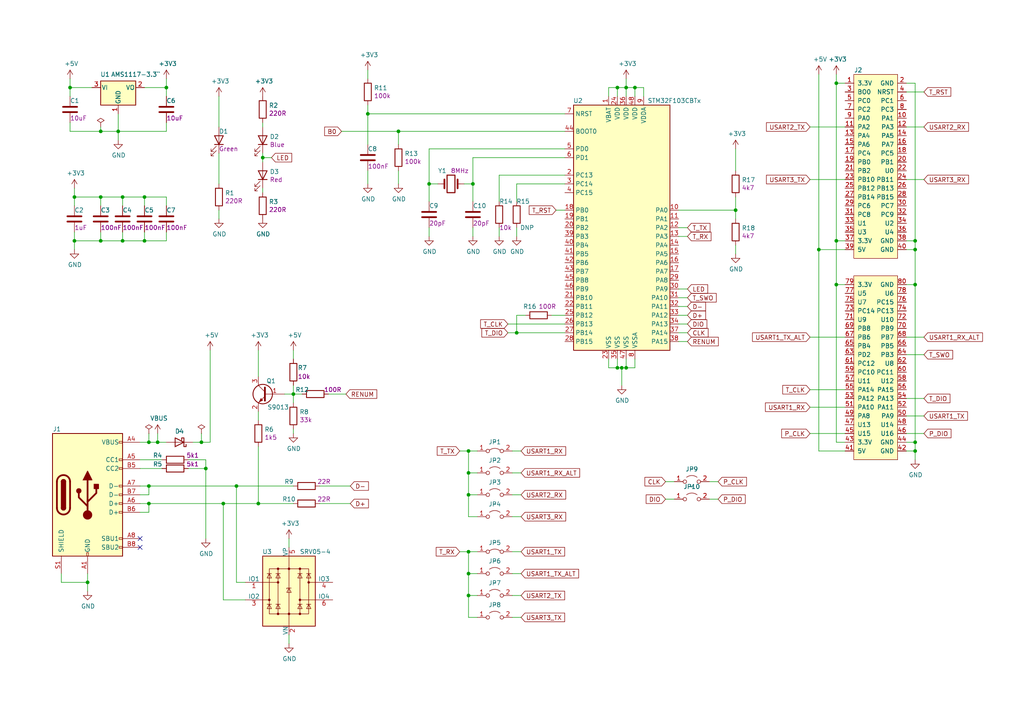
<source format=kicad_sch>
(kicad_sch (version 20211123) (generator eeschema)
  (paper "A4")
  (title_block (title "${TITLE}") (date "2021-06-14") (rev "${REVISION}") (company "${COMPANY}") (comment 1 "${AUTHOR_EMAIL}") (comment 2 "${AUTHOR}"))
  (junction (at 29.21 57.15))
  (junction (at 43.18 140.97))
  (junction (at 41.91 69.85))
  (junction (at 265.43 82.55))
  (junction (at 265.43 128.27))
  (junction (at 43.18 128.27))
  (junction (at 106.68 33.02))
  (junction (at 135.89 160.02))
  (junction (at 25.4 168.91))
  (junction (at 58.42 128.27))
  (junction (at 115.57 38.1))
  (junction (at 41.91 57.15))
  (junction (at 20.32 25.4))
  (junction (at 135.89 137.16))
  (junction (at 21.59 69.85))
  (junction (at 85.09 114.3))
  (junction (at 68.58 140.97))
  (junction (at 265.43 69.85))
  (junction (at 135.89 166.37))
  (junction (at 265.43 72.39))
  (junction (at 29.21 69.85))
  (junction (at 21.59 57.15))
  (junction (at 181.61 25.4))
  (junction (at 237.49 72.39))
  (junction (at 34.29 38.1))
  (junction (at 149.86 96.52))
  (junction (at 124.46 53.34))
  (junction (at 45.72 128.27))
  (junction (at 29.21 38.1))
  (junction (at 135.89 130.81))
  (junction (at 213.36 60.96))
  (junction (at 242.57 24.13))
  (junction (at 137.16 53.34))
  (junction (at 180.34 106.68))
  (junction (at 64.77 146.05))
  (junction (at 35.56 57.15))
  (junction (at 135.89 143.51))
  (junction (at 265.43 130.81))
  (junction (at 76.2 45.72))
  (junction (at 184.15 25.4))
  (junction (at 74.93 146.05))
  (junction (at 35.56 69.85))
  (junction (at 135.89 172.72))
  (junction (at 181.61 106.68))
  (junction (at 48.26 25.4))
  (junction (at 179.07 25.4))
  (junction (at 59.69 135.89))
  (junction (at 179.07 106.68))
  (junction (at 242.57 69.85))
  (junction (at 242.57 82.55))
  (junction (at 43.18 146.05))
  (no_connect (at 40.64 158.75))
  (no_connect (at 40.64 156.21))
  (wire (pts (xy 213.36 43.18) (xy 213.36 49.53)))
  (wire (pts (xy 181.61 25.4) (xy 184.15 25.4)))
  (wire (pts (xy 265.43 24.13) (xy 265.43 69.85)))
  (wire (pts (xy 193.04 139.7) (xy 195.58 139.7)))
  (wire (pts (xy 184.15 27.94) (xy 184.15 25.4)))
  (wire (pts (xy 180.34 106.68) (xy 180.34 111.76)))
  (wire (pts (xy 133.35 130.81) (xy 135.89 130.81)))
  (wire (pts (xy 135.89 172.72) (xy 138.43 172.72)))
  (wire (pts (xy 78.74 45.72) (xy 76.2 45.72)))
  (wire (pts (xy 63.5 36.83) (xy 63.5 27.94)))
  (wire (pts (xy 76.2 44.45) (xy 76.2 45.72)))
  (wire (pts (xy 41.91 25.4) (xy 48.26 25.4)))
  (wire (pts (xy 106.68 30.48) (xy 106.68 33.02)))
  (wire (pts (xy 48.26 35.56) (xy 48.26 38.1)))
  (wire (pts (xy 176.53 25.4) (xy 179.07 25.4)))
  (wire (pts (xy 76.2 45.72) (xy 76.2 46.99)))
  (wire (pts (xy 58.42 125.73) (xy 58.42 128.27)))
  (wire (pts (xy 21.59 57.15) (xy 21.59 59.69)))
  (wire (pts (xy 43.18 143.51) (xy 43.18 140.97)))
  (wire (pts (xy 74.93 129.54) (xy 74.93 146.05)))
  (wire (pts (xy 83.82 156.21) (xy 83.82 158.75)))
  (wire (pts (xy 242.57 69.85) (xy 242.57 82.55)))
  (wire (pts (xy 35.56 57.15) (xy 29.21 57.15)))
  (wire (pts (xy 124.46 66.04) (xy 124.46 68.58)))
  (wire (pts (xy 134.62 53.34) (xy 137.16 53.34)))
  (wire (pts (xy 199.39 88.9) (xy 196.85 88.9)))
  (wire (pts (xy 262.89 69.85) (xy 265.43 69.85)))
  (wire (pts (xy 267.97 115.57) (xy 262.89 115.57)))
  (wire (pts (xy 46.99 135.89) (xy 40.64 135.89)))
  (wire (pts (xy 29.21 38.1) (xy 34.29 38.1)))
  (wire (pts (xy 199.39 93.98) (xy 196.85 93.98)))
  (wire (pts (xy 176.53 27.94) (xy 176.53 25.4)))
  (wire (pts (xy 161.29 60.96) (xy 163.83 60.96)))
  (wire (pts (xy 41.91 57.15) (xy 41.91 59.69)))
  (wire (pts (xy 85.09 101.6) (xy 85.09 104.14)))
  (wire (pts (xy 74.93 101.6) (xy 74.93 109.22)))
  (wire (pts (xy 265.43 69.85) (xy 265.43 72.39)))
  (wire (pts (xy 63.5 63.5) (xy 63.5 60.96)))
  (wire (pts (xy 100.33 114.3) (xy 95.25 114.3)))
  (wire (pts (xy 21.59 57.15) (xy 21.59 54.61)))
  (wire (pts (xy 29.21 69.85) (xy 29.21 67.31)))
  (wire (pts (xy 40.64 143.51) (xy 43.18 143.51)))
  (wire (pts (xy 245.11 36.83) (xy 234.95 36.83)))
  (wire (pts (xy 237.49 21.59) (xy 237.49 72.39)))
  (wire (pts (xy 237.49 130.81) (xy 245.11 130.81)))
  (wire (pts (xy 148.59 172.72) (xy 151.13 172.72)))
  (wire (pts (xy 181.61 106.68) (xy 180.34 106.68)))
  (wire (pts (xy 149.86 96.52) (xy 147.32 96.52)))
  (wire (pts (xy 193.04 144.78) (xy 195.58 144.78)))
  (wire (pts (xy 40.64 140.97) (xy 43.18 140.97)))
  (wire (pts (xy 85.09 124.46) (xy 85.09 125.73)))
  (wire (pts (xy 25.4 166.37) (xy 25.4 168.91)))
  (wire (pts (xy 55.88 128.27) (xy 58.42 128.27)))
  (wire (pts (xy 234.95 52.07) (xy 245.11 52.07)))
  (wire (pts (xy 242.57 82.55) (xy 245.11 82.55)))
  (wire (pts (xy 106.68 53.34) (xy 106.68 49.53)))
  (wire (pts (xy 262.89 24.13) (xy 265.43 24.13)))
  (wire (pts (xy 152.4 91.44) (xy 149.86 91.44)))
  (wire (pts (xy 124.46 43.18) (xy 124.46 53.34)))
  (wire (pts (xy 205.74 139.7) (xy 208.28 139.7)))
  (wire (pts (xy 20.32 25.4) (xy 20.32 27.94)))
  (wire (pts (xy 85.09 111.76) (xy 85.09 114.3)))
  (wire (pts (xy 60.96 128.27) (xy 60.96 101.6)))
  (wire (pts (xy 40.64 128.27) (xy 43.18 128.27)))
  (wire (pts (xy 71.12 173.99) (xy 64.77 173.99)))
  (wire (pts (xy 135.89 130.81) (xy 135.89 137.16)))
  (wire (pts (xy 135.89 172.72) (xy 135.89 179.07)))
  (wire (pts (xy 106.68 33.02) (xy 106.68 41.91)))
  (wire (pts (xy 151.13 160.02) (xy 148.59 160.02)))
  (wire (pts (xy 20.32 25.4) (xy 20.32 22.86)))
  (wire (pts (xy 234.95 113.03) (xy 245.11 113.03)))
  (wire (pts (xy 199.39 66.04) (xy 196.85 66.04)))
  (wire (pts (xy 43.18 146.05) (xy 40.64 146.05)))
  (wire (pts (xy 135.89 137.16) (xy 135.89 143.51)))
  (wire (pts (xy 34.29 38.1) (xy 48.26 38.1)))
  (wire (pts (xy 135.89 143.51) (xy 135.89 149.86)))
  (wire (pts (xy 237.49 72.39) (xy 237.49 130.81)))
  (wire (pts (xy 40.64 133.35) (xy 46.99 133.35)))
  (wire (pts (xy 144.78 50.8) (xy 144.78 58.42)))
  (wire (pts (xy 48.26 69.85) (xy 41.91 69.85)))
  (wire (pts (xy 245.11 69.85) (xy 242.57 69.85)))
  (wire (pts (xy 234.95 97.79) (xy 245.11 97.79)))
  (wire (pts (xy 45.72 128.27) (xy 48.26 128.27)))
  (wire (pts (xy 76.2 54.61) (xy 76.2 55.88)))
  (wire (pts (xy 196.85 68.58) (xy 199.39 68.58)))
  (wire (pts (xy 135.89 160.02) (xy 135.89 166.37)))
  (wire (pts (xy 35.56 59.69) (xy 35.56 57.15)))
  (wire (pts (xy 34.29 33.02) (xy 34.29 38.1)))
  (wire (pts (xy 137.16 53.34) (xy 137.16 58.42)))
  (wire (pts (xy 133.35 160.02) (xy 135.89 160.02)))
  (wire (pts (xy 213.36 60.96) (xy 213.36 57.15)))
  (wire (pts (xy 21.59 72.39) (xy 21.59 69.85)))
  (wire (pts (xy 20.32 38.1) (xy 29.21 38.1)))
  (wire (pts (xy 29.21 36.83) (xy 29.21 38.1)))
  (wire (pts (xy 163.83 53.34) (xy 149.86 53.34)))
  (wire (pts (xy 135.89 160.02) (xy 138.43 160.02)))
  (wire (pts (xy 179.07 27.94) (xy 179.07 25.4)))
  (wire (pts (xy 163.83 96.52) (xy 149.86 96.52)))
  (wire (pts (xy 64.77 173.99) (xy 64.77 146.05)))
  (wire (pts (xy 180.34 106.68) (xy 179.07 106.68)))
  (wire (pts (xy 149.86 66.04) (xy 149.86 68.58)))
  (wire (pts (xy 242.57 128.27) (xy 242.57 82.55)))
  (wire (pts (xy 85.09 116.84) (xy 85.09 114.3)))
  (wire (pts (xy 199.39 83.82) (xy 196.85 83.82)))
  (wire (pts (xy 137.16 45.72) (xy 137.16 53.34)))
  (wire (pts (xy 20.32 35.56) (xy 20.32 38.1)))
  (wire (pts (xy 115.57 53.34) (xy 115.57 49.53)))
  (wire (pts (xy 267.97 52.07) (xy 262.89 52.07)))
  (wire (pts (xy 43.18 148.59) (xy 43.18 146.05)))
  (wire (pts (xy 196.85 60.96) (xy 213.36 60.96)))
  (wire (pts (xy 17.78 168.91) (xy 25.4 168.91)))
  (wire (pts (xy 87.63 114.3) (xy 85.09 114.3)))
  (wire (pts (xy 179.07 104.14) (xy 179.07 106.68)))
  (wire (pts (xy 148.59 149.86) (xy 151.13 149.86)))
  (wire (pts (xy 34.29 40.64) (xy 34.29 38.1)))
  (wire (pts (xy 151.13 166.37) (xy 148.59 166.37)))
  (wire (pts (xy 265.43 133.35) (xy 265.43 130.81)))
  (wire (pts (xy 181.61 22.86) (xy 181.61 25.4)))
  (wire (pts (xy 135.89 166.37) (xy 135.89 172.72)))
  (wire (pts (xy 68.58 140.97) (xy 85.09 140.97)))
  (wire (pts (xy 137.16 45.72) (xy 163.83 45.72)))
  (wire (pts (xy 242.57 24.13) (xy 245.11 24.13)))
  (wire (pts (xy 48.26 25.4) (xy 48.26 27.94)))
  (wire (pts (xy 106.68 20.32) (xy 106.68 22.86)))
  (wire (pts (xy 149.86 53.34) (xy 149.86 58.42)))
  (wire (pts (xy 138.43 166.37) (xy 135.89 166.37)))
  (wire (pts (xy 237.49 72.39) (xy 245.11 72.39)))
  (wire (pts (xy 213.36 60.96) (xy 213.36 63.5)))
  (wire (pts (xy 163.83 93.98) (xy 147.32 93.98)))
  (wire (pts (xy 265.43 72.39) (xy 265.43 82.55)))
  (wire (pts (xy 184.15 104.14) (xy 184.15 106.68)))
  (wire (pts (xy 213.36 71.12) (xy 213.36 73.66)))
  (wire (pts (xy 163.83 33.02) (xy 106.68 33.02)))
  (wire (pts (xy 205.74 144.78) (xy 208.28 144.78)))
  (wire (pts (xy 63.5 53.34) (xy 63.5 44.45)))
  (wire (pts (xy 267.97 125.73) (xy 262.89 125.73)))
  (wire (pts (xy 124.46 43.18) (xy 163.83 43.18)))
  (wire (pts (xy 43.18 146.05) (xy 64.77 146.05)))
  (wire (pts (xy 127 53.34) (xy 124.46 53.34)))
  (wire (pts (xy 21.59 69.85) (xy 29.21 69.85)))
  (wire (pts (xy 184.15 25.4) (xy 186.69 25.4)))
  (wire (pts (xy 265.43 82.55) (xy 262.89 82.55)))
  (wire (pts (xy 242.57 24.13) (xy 242.57 69.85)))
  (wire (pts (xy 21.59 67.31) (xy 21.59 69.85)))
  (wire (pts (xy 267.97 26.67) (xy 262.89 26.67)))
  (wire (pts (xy 115.57 38.1) (xy 163.83 38.1)))
  (wire (pts (xy 71.12 168.91) (xy 68.58 168.91)))
  (wire (pts (xy 135.89 130.81) (xy 138.43 130.81)))
  (wire (pts (xy 151.13 143.51) (xy 148.59 143.51)))
  (wire (pts (xy 186.69 25.4) (xy 186.69 27.94)))
  (wire (pts (xy 138.43 137.16) (xy 135.89 137.16)))
  (wire (pts (xy 20.32 25.4) (xy 26.67 25.4)))
  (wire (pts (xy 184.15 106.68) (xy 181.61 106.68)))
  (wire (pts (xy 267.97 120.65) (xy 262.89 120.65)))
  (wire (pts (xy 76.2 35.56) (xy 76.2 36.83)))
  (wire (pts (xy 135.89 179.07) (xy 138.43 179.07)))
  (wire (pts (xy 17.78 166.37) (xy 17.78 168.91)))
  (wire (pts (xy 267.97 36.83) (xy 262.89 36.83)))
  (wire (pts (xy 176.53 106.68) (xy 179.07 106.68)))
  (wire (pts (xy 181.61 104.14) (xy 181.61 106.68)))
  (wire (pts (xy 43.18 128.27) (xy 45.72 128.27)))
  (wire (pts (xy 115.57 41.91) (xy 115.57 38.1)))
  (wire (pts (xy 85.09 114.3) (xy 82.55 114.3)))
  (wire (pts (xy 267.97 102.87) (xy 262.89 102.87)))
  (wire (pts (xy 43.18 140.97) (xy 68.58 140.97)))
  (wire (pts (xy 151.13 130.81) (xy 148.59 130.81)))
  (wire (pts (xy 74.93 119.38) (xy 74.93 121.92)))
  (wire (pts (xy 59.69 135.89) (xy 59.69 156.21)))
  (wire (pts (xy 144.78 50.8) (xy 163.83 50.8)))
  (wire (pts (xy 41.91 69.85) (xy 41.91 67.31)))
  (wire (pts (xy 265.43 130.81) (xy 262.89 130.81)))
  (wire (pts (xy 43.18 125.73) (xy 43.18 128.27)))
  (wire (pts (xy 54.61 133.35) (xy 59.69 133.35)))
  (wire (pts (xy 176.53 104.14) (xy 176.53 106.68)))
  (wire (pts (xy 265.43 128.27) (xy 262.89 128.27)))
  (wire (pts (xy 199.39 96.52) (xy 196.85 96.52)))
  (wire (pts (xy 41.91 69.85) (xy 35.56 69.85)))
  (wire (pts (xy 25.4 168.91) (xy 25.4 171.45)))
  (wire (pts (xy 267.97 97.79) (xy 262.89 97.79)))
  (wire (pts (xy 144.78 66.04) (xy 144.78 68.58)))
  (wire (pts (xy 35.56 67.31) (xy 35.56 69.85)))
  (wire (pts (xy 74.93 146.05) (xy 85.09 146.05)))
  (wire (pts (xy 35.56 69.85) (xy 29.21 69.85)))
  (wire (pts (xy 137.16 66.04) (xy 137.16 68.58)))
  (wire (pts (xy 41.91 57.15) (xy 35.56 57.15)))
  (wire (pts (xy 196.85 86.36) (xy 199.39 86.36)))
  (wire (pts (xy 151.13 137.16) (xy 148.59 137.16)))
  (wire (pts (xy 262.89 72.39) (xy 265.43 72.39)))
  (wire (pts (xy 163.83 91.44) (xy 160.02 91.44)))
  (wire (pts (xy 40.64 148.59) (xy 43.18 148.59)))
  (wire (pts (xy 234.95 125.73) (xy 245.11 125.73)))
  (wire (pts (xy 48.26 57.15) (xy 41.91 57.15)))
  (wire (pts (xy 199.39 99.06) (xy 196.85 99.06)))
  (wire (pts (xy 101.6 140.97) (xy 92.71 140.97)))
  (wire (pts (xy 58.42 128.27) (xy 60.96 128.27)))
  (wire (pts (xy 242.57 21.59) (xy 242.57 24.13)))
  (wire (pts (xy 29.21 57.15) (xy 29.21 59.69)))
  (wire (pts (xy 265.43 82.55) (xy 265.43 128.27)))
  (wire (pts (xy 135.89 149.86) (xy 138.43 149.86)))
  (wire (pts (xy 48.26 67.31) (xy 48.26 69.85)))
  (wire (pts (xy 21.59 57.15) (xy 29.21 57.15)))
  (wire (pts (xy 179.07 25.4) (xy 181.61 25.4)))
  (wire (pts (xy 48.26 25.4) (xy 48.26 22.86)))
  (wire (pts (xy 68.58 168.91) (xy 68.58 140.97)))
  (wire (pts (xy 115.57 38.1) (xy 99.06 38.1)))
  (wire (pts (xy 245.11 128.27) (xy 242.57 128.27)))
  (wire (pts (xy 54.61 135.89) (xy 59.69 135.89)))
  (wire (pts (xy 124.46 53.34) (xy 124.46 58.42)))
  (wire (pts (xy 148.59 179.07) (xy 151.13 179.07)))
  (wire (pts (xy 101.6 146.05) (xy 92.71 146.05)))
  (wire (pts (xy 135.89 143.51) (xy 138.43 143.51)))
  (wire (pts (xy 48.26 59.69) (xy 48.26 57.15)))
  (wire (pts (xy 59.69 135.89) (xy 59.69 133.35)))
  (wire (pts (xy 265.43 130.81) (xy 265.43 128.27)))
  (wire (pts (xy 181.61 27.94) (xy 181.61 25.4)))
  (wire (pts (xy 83.82 186.69) (xy 83.82 184.15)))
  (wire (pts (xy 64.77 146.05) (xy 74.93 146.05)))
  (wire (pts (xy 149.86 91.44) (xy 149.86 96.52)))
  (wire (pts (xy 234.95 118.11) (xy 245.11 118.11)))
  (wire (pts (xy 199.39 91.44) (xy 196.85 91.44)))
  (wire (pts (xy 45.72 125.73) (xy 45.72 128.27)))
  (global_label "T_RST" (shape input) (at 267.97 26.67 0) (property "Intersheet References" "${INTERSHEET_REFS}" (effects hide)))
  (global_label "USART2_RX" (shape input) (at 151.13 143.51 0) (property "Intersheet References" "${INTERSHEET_REFS}" (effects hide)))
  (global_label "USART1_RX" (shape input) (at 234.95 118.11 180) (property "Intersheet References" "${INTERSHEET_REFS}" (effects hide)))
  (global_label "CLK" (shape input) (at 199.39 96.52 0) (property "Intersheet References" "${INTERSHEET_REFS}" (effects hide)))
  (global_label "T_DIO" (shape input) (at 147.32 96.52 180) (property "Intersheet References" "${INTERSHEET_REFS}" (effects hide)))
  (global_label "RENUM" (shape input) (at 199.39 99.06 0) (property "Intersheet References" "${INTERSHEET_REFS}" (effects hide)))
  (global_label "T_CLK" (shape input) (at 234.95 113.03 180) (property "Intersheet References" "${INTERSHEET_REFS}" (effects hide)))
  (global_label "T_SWO" (shape input) (at 267.97 102.87 0) (property "Intersheet References" "${INTERSHEET_REFS}" (effects hide)))
  (global_label "P_DIO" (shape input) (at 267.97 125.73 0) (property "Intersheet References" "${INTERSHEET_REFS}" (effects hide)))
  (global_label "D-" (shape input) (at 101.6 140.97 0) (property "Intersheet References" "${INTERSHEET_REFS}" (effects hide)))
  (global_label "USART1_TX_ALT" (shape input) (at 234.95 97.79 180) (property "Intersheet References" "${INTERSHEET_REFS}" (effects hide)))
  (global_label "USART1_TX_ALT" (shape input) (at 151.13 166.37 0) (property "Intersheet References" "${INTERSHEET_REFS}" (effects hide)))
  (global_label "DIO" (shape input) (at 199.39 93.98 0) (property "Intersheet References" "${INTERSHEET_REFS}" (effects hide)))
  (global_label "USART3_RX" (shape input) (at 267.97 52.07 0) (property "Intersheet References" "${INTERSHEET_REFS}" (effects hide)))
  (global_label "T_RST" (shape input) (at 161.29 60.96 180) (property "Intersheet References" "${INTERSHEET_REFS}" (effects hide)))
  (global_label "USART3_TX" (shape input) (at 234.95 52.07 180) (property "Intersheet References" "${INTERSHEET_REFS}" (effects hide)))
  (global_label "USART3_TX" (shape input) (at 151.13 179.07 0) (property "Intersheet References" "${INTERSHEET_REFS}" (effects hide)))
  (global_label "P_DIO" (shape input) (at 208.28 144.78 0) (property "Intersheet References" "${INTERSHEET_REFS}" (effects hide)))
  (global_label "CLK" (shape input) (at 193.04 139.7 180) (property "Intersheet References" "${INTERSHEET_REFS}" (effects hide)))
  (global_label "RENUM" (shape input) (at 100.33 114.3 0) (property "Intersheet References" "${INTERSHEET_REFS}" (effects hide)))
  (global_label "USART1_RX_ALT" (shape input) (at 151.13 137.16 0) (property "Intersheet References" "${INTERSHEET_REFS}" (effects hide)))
  (global_label "LED" (shape input) (at 199.39 83.82 0) (property "Intersheet References" "${INTERSHEET_REFS}" (effects hide)))
  (global_label "T_RX" (shape input) (at 133.35 160.02 180) (property "Intersheet References" "${INTERSHEET_REFS}" (effects hide)))
  (global_label "USART1_RX" (shape input) (at 151.13 130.81 0) (property "Intersheet References" "${INTERSHEET_REFS}" (effects hide)))
  (global_label "P_CLK" (shape input) (at 234.95 125.73 180) (property "Intersheet References" "${INTERSHEET_REFS}" (effects hide)))
  (global_label "P_CLK" (shape input) (at 208.28 139.7 0) (property "Intersheet References" "${INTERSHEET_REFS}" (effects hide)))
  (global_label "T_CLK" (shape input) (at 147.32 93.98 180) (property "Intersheet References" "${INTERSHEET_REFS}" (effects hide)))
  (global_label "T_TX" (shape input) (at 199.39 66.04 0) (property "Intersheet References" "${INTERSHEET_REFS}" (effects hide)))
  (global_label "USART2_TX" (shape input) (at 234.95 36.83 180) (property "Intersheet References" "${INTERSHEET_REFS}" (effects hide)))
  (global_label "USART2_RX" (shape input) (at 267.97 36.83 0) (property "Intersheet References" "${INTERSHEET_REFS}" (effects hide)))
  (global_label "USART1_TX" (shape input) (at 267.97 120.65 0) (property "Intersheet References" "${INTERSHEET_REFS}" (effects hide)))
  (global_label "B0" (shape input) (at 99.06 38.1 180) (property "Intersheet References" "${INTERSHEET_REFS}" (effects hide)))
  (global_label "T_RX" (shape input) (at 199.39 68.58 0) (property "Intersheet References" "${INTERSHEET_REFS}" (effects hide)))
  (global_label "T_SWO" (shape input) (at 199.39 86.36 0) (property "Intersheet References" "${INTERSHEET_REFS}" (effects hide)))
  (global_label "D+" (shape input) (at 199.39 91.44 0) (property "Intersheet References" "${INTERSHEET_REFS}" (effects hide)))
  (global_label "T_DIO" (shape input) (at 267.97 115.57 0) (property "Intersheet References" "${INTERSHEET_REFS}" (effects hide)))
  (global_label "D-" (shape input) (at 199.39 88.9 0) (property "Intersheet References" "${INTERSHEET_REFS}" (effects hide)))
  (global_label "DIO" (shape input) (at 193.04 144.78 180) (property "Intersheet References" "${INTERSHEET_REFS}" (effects hide)))
  (global_label "USART2_TX" (shape input) (at 151.13 172.72 0) (property "Intersheet References" "${INTERSHEET_REFS}" (effects hide)))
  (global_label "USART1_TX" (shape input) (at 151.13 160.02 0) (property "Intersheet References" "${INTERSHEET_REFS}" (effects hide)))
  (global_label "USART1_RX_ALT" (shape input) (at 267.97 97.79 0) (property "Intersheet References" "${INTERSHEET_REFS}" (effects hide)))
  (global_label "D+" (shape input) (at 101.6 146.05 0) (property "Intersheet References" "${INTERSHEET_REFS}" (effects hide)))
  (global_label "LED" (shape input) (at 78.74 45.72 0) (property "Intersheet References" "${INTERSHEET_REFS}" (effects hide)))
  (global_label "USART3_RX" (shape input) (at 151.13 149.86 0) (property "Intersheet References" "${INTERSHEET_REFS}" (effects hide)))
  (global_label "T_TX" (shape input) (at 133.35 130.81 180) (property "Intersheet References" "${INTERSHEET_REFS}" (effects hide)))
  (symbol (lib_id "power:GND") (at 180.34 111.76 0) (unit 1)
    (property "Reference" "#PWR024" (effects hide))
    (property "Value" "GND" (at 180.467 116.1542 0))
  )
  (symbol (lib_id "power:+3.3V") (at 181.61 22.86 0) (unit 1)
    (property "Reference" "#PWR025" (effects hide))
    (property "Value" "+3.3V" (at 181.991 18.4658 0))
  )
  (symbol (lib_id "stm32world:STM32WORLD_BASE") (at 254 77.47 0) (unit 1)
    (property "Reference" "J2" (at 248.92 20.32 0))
    (property "Value" "STM32WORLD_BASE" (effects hide))
    (property "Footprint" "stm32world:STM32WORLD_BASE" (effects hide))
  )
  (symbol (lib_id "power:+3.3V") (at 242.57 21.59 0) (unit 1)
    (property "Reference" "#PWR029" (effects hide))
    (property "Value" "+3.3V" (at 242.951 17.1958 0))
  )
  (symbol (lib_id "power:GND") (at 265.43 133.35 0) (unit 1)
    (property "Reference" "#PWR030" (effects hide))
    (property "Value" "GND" (at 265.557 137.7442 0))
  )
  (symbol (lib_id "power:GND") (at 124.46 68.58 0) (unit 1)
    (property "Reference" "#PWR020" (effects hide))
    (property "Value" "GND" (at 124.587 72.9742 0))
  )
  (symbol (lib_id "power:GND") (at 137.16 68.58 0) (unit 1)
    (property "Reference" "#PWR021" (effects hide))
    (property "Value" "GND" (at 137.287 72.9742 0))
  )
  (symbol (lib_id "Device:D_Schottky") (at 52.07 128.27 180) (unit 1)
    (property "Reference" "D4" (at 52.07 125.095 0))
    (property "Value" "~" (at 52.07 125.0696 0))
    (property "Footprint" "Diode_SMD:D_SOD-123" (effects hide))
    (property "LCSC" "C8598" (effects hide))
  )
  (symbol (lib_id "power:GND") (at 25.4 171.45 0) (unit 1)
    (property "Reference" "#PWR04" (effects hide))
    (property "Value" "GND" (at 25.527 175.8442 0))
  )
  (symbol (lib_id "stm32world:USB_C_Receptacle_USB2.0") (at 25.4 143.51 0) (unit 1)
    (property "Reference" "J1" (at 16.51 124.46 0))
    (property "Footprint" "stm32world:USB_C_Receptacle_HRO_TYPE-C-31-M-12" (effects hide))
    (property "Datasheet" "1811131825_Korean-Hroparts-Elec-TYPE-C-31-M-12_C165948.pdf" (effects hide))
    (property "LCSC" "C165948" (effects hide))
  )
  (symbol (lib_id "power:VBUS") (at 45.72 125.73 0) (unit 1)
    (property "Reference" "#PWR010" (effects hide))
    (property "Value" "VBUS" (at 46.101 121.3358 0))
  )
  (symbol (lib_id "power:+5V") (at 60.96 101.6 0) (unit 1)
    (property "Reference" "#PWR013" (effects hide))
    (property "Value" "+5V" (at 61.341 97.2058 0))
  )
  (symbol (lib_id "power:PWR_FLAG") (at 43.18 125.73 0) (unit 1)
    (property "Reference" "#FLG02" (effects hide))
    (property "Value" "PWR_FLAG" (effects hide))
  )
  (symbol (lib_id "power:PWR_FLAG") (at 58.42 125.73 0) (unit 1)
    (property "Reference" "#FLG03" (effects hide))
    (property "Value" "PWR_FLAG" (effects hide))
  )
  (symbol (lib_id "power:GND") (at 34.29 40.64 0) (unit 1)
    (property "Reference" "#PWR07" (effects hide))
    (property "Value" "GND" (at 34.417 45.0342 0))
  )
  (symbol (lib_id "power:+3.3V") (at 48.26 22.86 0) (unit 1)
    (property "Reference" "#PWR011" (effects hide))
    (property "Value" "+3.3V" (at 48.641 18.4658 0))
  )
  (symbol (lib_id "power:PWR_FLAG") (at 29.21 36.83 0) (unit 1)
    (property "Reference" "#FLG01" (effects hide))
    (property "Value" "PWR_FLAG" (effects hide))
  )
  (symbol (lib_id "power:+3.3V") (at 21.59 54.61 0) (unit 1)
    (property "Reference" "#PWR02" (effects hide))
    (property "Value" "+3.3V" (at 21.971 50.2158 0))
  )
  (symbol (lib_id "power:GND") (at 21.59 72.39 0) (unit 1)
    (property "Reference" "#PWR03" (effects hide))
    (property "Value" "GND" (at 21.717 76.7842 0))
  )
  (symbol (lib_id "power:+5V") (at 20.32 22.86 0) (unit 1)
    (property "Reference" "#PWR01" (effects hide))
    (property "Value" "+5V" (at 20.701 18.4658 0))
  )
  (symbol (lib_id "power:GND") (at 63.5 63.5 0) (unit 1)
    (property "Reference" "#PWR06" (effects hide))
    (property "Value" "GND" (at 63.627 67.8942 0))
  )
  (symbol (lib_id "power:+3.3V") (at 63.5 27.94 0) (unit 1)
    (property "Reference" "#PWR05" (effects hide))
    (property "Value" "+3.3V" (at 63.881 23.5458 0))
  )
  (symbol (lib_id "stm32world:C_100NF_0603") (at 29.21 63.5 0) (unit 1)
    (property "Reference" "C3" (at 29.21 60.96 0) (effects (justify left)))
    (property "Value" "C_100NF_0603" (effects hide))
    (property "Footprint" "Capacitor_SMD:C_0603_1608Metric" (effects hide))
    (property "Display" "100nF" (at 29.21 66.04 0) (effects (justify left)))
    (property "LCSC" "C14663" (effects hide))
  )
  (symbol (lib_id "stm32world:C_100NF_0603") (at 35.56 63.5 0) (unit 1)
    (property "Reference" "C4" (at 35.56 60.96 0) (effects (justify left)))
    (property "Value" "C_100NF_0603" (effects hide))
    (property "Footprint" "Capacitor_SMD:C_0603_1608Metric" (effects hide))
    (property "Display" "100nF" (at 35.56 66.04 0) (effects (justify left)))
    (property "LCSC" "C14663" (effects hide))
  )
  (symbol (lib_id "stm32world:C_100NF_0603") (at 41.91 63.5 0) (unit 1)
    (property "Reference" "C5" (at 41.91 60.96 0) (effects (justify left)))
    (property "Value" "C_100NF_0603" (effects hide))
    (property "Footprint" "Capacitor_SMD:C_0603_1608Metric" (effects hide))
    (property "Display" "100nF" (at 41.91 66.04 0) (effects (justify left)))
    (property "LCSC" "C14663" (effects hide))
  )
  (symbol (lib_id "stm32world:C_100NF_0603") (at 48.26 63.5 0) (unit 1)
    (property "Reference" "C7" (at 48.26 60.96 0) (effects (justify left)))
    (property "Value" "C_100NF_0603" (effects hide))
    (property "Footprint" "Capacitor_SMD:C_0603_1608Metric" (effects hide))
    (property "Display" "100nF" (at 48.26 66.04 0) (effects (justify left)))
    (property "LCSC" "C14663" (effects hide))
  )
  (symbol (lib_id "stm32world:R_5.1K_0603") (at 50.8 133.35 270) (unit 1)
    (property "Reference" "R4" (at 45.72 132.08 90))
    (property "Value" "R_5.1K_0603" (effects hide))
    (property "Footprint" "Resistor_SMD:R_0603_1608Metric" (effects hide))
    (property "Display" "5k1" (at 55.88 132.08 90))
    (property "LCSC" "C23186" (effects hide))
  )
  (symbol (lib_id "stm32world:R_5.1K_0603") (at 50.8 135.89 270) (unit 1)
    (property "Reference" "R5" (at 45.72 134.62 90))
    (property "Value" "R_5.1K_0603" (effects hide))
    (property "Footprint" "Resistor_SMD:R_0603_1608Metric" (effects hide))
    (property "Display" "5k1" (at 55.88 134.62 90))
    (property "LCSC" "C23186" (effects hide))
  )
  (symbol (lib_id "stm32world:AMS1117-3.3") (at 34.29 25.4 0) (unit 1)
    (property "Reference" "U1" (at 30.48 21.59 0))
    (property "Value" "AMS1117-3.3``" (at 39.37 21.59 0))
    (property "Footprint" "Package_TO_SOT_SMD:SOT-223-3_TabPin2" (effects hide))
    (property "Datasheet" "https://datasheet.lcsc.com/lcsc/1811142212_Advanced-Monolithic-Systems-AMS1117-3-3_C6186.pdf" (effects hide))
    (property "LCSC" "C6186" (effects hide))
  )
  (symbol (lib_id "stm32world:LED_GREEN_0603") (at 63.5 40.64 270) (mirror x) (unit 1)
    (property "Reference" "D1" (at 63.5 38.1 90) (effects (justify left)))
    (property "Value" "LED_GREEN_0603" (effects hide))
    (property "Footprint" "LED_SMD:LED_0603_1608Metric" (effects hide))
    (property "Display" "Green" (at 63.5 43.18 90) (effects (justify left)))
    (property "LCSC" "C72043" (effects hide))
  )
  (symbol (lib_id "power:+3V3") (at 74.93 101.6 0) (unit 1)
    (property "Reference" "#PWR014" (effects hide))
    (property "Value" "+3V3" (at 75.311 97.2058 0))
  )
  (symbol (lib_id "Device:Q_NPN_BEC") (at 77.47 114.3 0) (mirror y) (unit 1)
    (property "Reference" "Q1" (at 80.01 110.49 0) (effects (justify left)))
    (property "Value" "S9013" (at 83.82 118.11 0) (effects (justify left)))
    (property "Footprint" "Package_TO_SOT_SMD:SOT-23" (effects hide))
    (property "Datasheet" "https://datasheet.lcsc.com/lcsc/1810051504_Changjiang-Electronics-Tech-CJ-S9013_C6749.pdf" (effects hide))
    (property "LCSC" "C6749" (effects hide))
  )
  (symbol (lib_id "power:+5V") (at 85.09 101.6 0) (unit 1)
    (property "Reference" "#PWR015" (effects hide))
    (property "Value" "+5V" (at 85.471 97.2058 0))
  )
  (symbol (lib_id "power:GND") (at 85.09 125.73 0) (unit 1)
    (property "Reference" "#PWR016" (effects hide))
    (property "Value" "GND" (at 85.217 130.1242 0))
  )
  (symbol (lib_id "Jumper:Jumper_2_Open") (at 200.66 139.7 0) (unit 1)
    (property "Reference" "JP9" (at 200.66 136.0678 0))
    (property "Value" "~" (at 200.66 136.0424 0))
    (property "Footprint" "Jumper:SolderJumper-2_P1.3mm_Open_Pad1.0x1.5mm" (effects hide))
  )
  (symbol (lib_id "Jumper:Jumper_2_Open") (at 200.66 144.78 0) (unit 1)
    (property "Reference" "JP10" (at 200.66 141.1478 0))
    (property "Value" "~" (at 200.66 141.1224 0))
    (property "Footprint" "Jumper:SolderJumper-2_P1.3mm_Open_Pad1.0x1.5mm" (effects hide))
  )
  (symbol (lib_id "stm32world:C_10UF_0805") (at 20.32 31.75 0) (unit 1)
    (property "Reference" "C1" (at 20.32 29.21 0) (effects (justify left)))
    (property "Value" "C_10UF_0805" (effects hide))
    (property "Footprint" "Capacitor_SMD:C_0805_2012Metric" (effects hide))
    (property "Display" "10uF" (at 20.32 34.29 0) (effects (justify left)))
    (property "LCSC" "C15850" (effects hide))
  )
  (symbol (lib_id "Jumper:Jumper_2_Bridged") (at 143.51 130.81 0) (unit 1)
    (property "Reference" "JP1" (at 143.51 128.1938 0))
    (property "Value" "~" (at 143.51 128.1684 0))
    (property "Footprint" "Jumper:SolderJumper-2_P1.3mm_Bridged2Bar_Pad1.0x1.5mm" (effects hide))
  )
  (symbol (lib_id "Jumper:Jumper_2_Open") (at 143.51 137.16 0) (unit 1)
    (property "Reference" "JP2" (at 143.51 133.5278 0))
    (property "Value" "~" (at 143.51 133.5024 0))
    (property "Footprint" "Jumper:SolderJumper-2_P1.3mm_Open_Pad1.0x1.5mm" (effects hide))
  )
  (symbol (lib_id "Jumper:Jumper_2_Bridged") (at 143.51 160.02 0) (unit 1)
    (property "Reference" "JP5" (at 143.51 157.4038 0))
    (property "Value" "~" (at 143.51 157.3784 0))
    (property "Footprint" "Jumper:SolderJumper-2_P1.3mm_Bridged2Bar_Pad1.0x1.5mm" (effects hide))
  )
  (symbol (lib_id "Jumper:Jumper_2_Open") (at 143.51 166.37 0) (unit 1)
    (property "Reference" "JP6" (at 143.51 162.7378 0))
    (property "Value" "~" (at 143.51 162.7124 0))
    (property "Footprint" "Jumper:SolderJumper-2_P1.3mm_Open_Pad1.0x1.5mm" (effects hide))
  )
  (symbol (lib_id "Jumper:Jumper_2_Open") (at 143.51 143.51 0) (unit 1)
    (property "Reference" "JP3" (at 143.51 139.8778 0))
    (property "Value" "~" (at 143.51 139.8524 0))
    (property "Footprint" "Jumper:SolderJumper-2_P1.3mm_Open_Pad1.0x1.5mm" (effects hide))
  )
  (symbol (lib_id "Jumper:Jumper_2_Open") (at 143.51 172.72 0) (unit 1)
    (property "Reference" "JP7" (at 143.51 169.0878 0))
    (property "Value" "~" (at 143.51 169.0624 0))
    (property "Footprint" "Jumper:SolderJumper-2_P1.3mm_Open_Pad1.0x1.5mm" (effects hide))
  )
  (symbol (lib_id "stm32world:C_10UF_0805") (at 48.26 31.75 0) (unit 1)
    (property "Reference" "C6" (at 48.26 29.21 0) (effects (justify left)))
    (property "Value" "C_10UF_0805" (effects hide))
    (property "Footprint" "Capacitor_SMD:C_0805_2012Metric" (effects hide))
    (property "Display" "10uF" (at 48.26 34.29 0) (effects (justify left)))
    (property "LCSC" "C15850" (effects hide))
  )
  (symbol (lib_id "stm32world:R_22_0603") (at 88.9 140.97 270) (unit 1)
    (property "Reference" "R9" (at 83.82 139.7 90))
    (property "Value" "R_22_0603" (effects hide))
    (property "Footprint" "Resistor_SMD:R_0603_1608Metric" (effects hide))
    (property "Display" "22R" (at 93.98 139.7 90))
    (property "LCSC" "C23345" (effects hide))
  )
  (symbol (lib_id "stm32world:R_22_0603") (at 88.9 146.05 270) (unit 1)
    (property "Reference" "R10" (at 83.82 144.78 90))
    (property "Value" "R_22_0603" (effects hide))
    (property "Footprint" "Resistor_SMD:R_0603_1608Metric" (effects hide))
    (property "Display" "22R" (at 93.98 144.78 90))
    (property "LCSC" "C23345" (effects hide))
  )
  (symbol (lib_id "stm32world:R_220_0603") (at 63.5 57.15 0) (unit 1)
    (property "Reference" "R1" (at 65.278 55.9816 0) (effects (justify left)))
    (property "Value" "R_220_0603" (effects hide))
    (property "Footprint" "Resistor_SMD:R_0603_1608Metric" (effects hide))
    (property "Display" "220R" (at 65.278 58.293 0) (effects (justify left)))
    (property "LCSC" "C22962" (effects hide))
  )
  (symbol (lib_id "stm32world:C_20PF_0603") (at 124.46 62.23 0) (unit 1)
    (property "Reference" "C9" (at 124.46 59.69 0) (effects (justify left)))
    (property "Value" "C_20PF_0603" (effects hide))
    (property "Footprint" "Capacitor_SMD:C_0603_1608Metric" (effects hide))
    (property "Display" "20pF" (at 124.46 64.77 0) (effects (justify left)))
    (property "LCSC" "C1648" (effects hide))
  )
  (symbol (lib_id "stm32world:C_20PF_0603") (at 137.16 62.23 0) (unit 1)
    (property "Reference" "C10" (at 137.16 59.69 0) (effects (justify left)))
    (property "Value" "C_20PF_0603" (effects hide))
    (property "Footprint" "Capacitor_SMD:C_0603_1608Metric" (effects hide))
    (property "Display" "20pF" (at 137.16 64.77 0) (effects (justify left)))
    (property "LCSC" "C1648" (effects hide))
  )
  (symbol (lib_id "stm32world:C_1UF_0603") (at 21.59 63.5 0) (unit 1)
    (property "Reference" "C2" (at 21.59 60.96 0) (effects (justify left)))
    (property "Value" "C_1UF_0603" (effects hide))
    (property "Footprint" "Capacitor_SMD:C_0603_1608Metric" (effects hide))
    (property "Display" "1uF" (at 21.59 66.04 0) (effects (justify left)))
    (property "LCSC" "C15849" (effects hide))
  )
  (symbol (lib_id "MCU_ST_STM32F1:STM32F103CBTx") (at 181.61 66.04 0) (unit 1)
    (property "Reference" "U2" (at 167.64 29.21 0))
    (property "Value" "STM32F103CBTx" (at 195.58 29.21 0))
    (property "Footprint" "Package_QFP:LQFP-48_7x7mm_P0.5mm" (effects hide))
    (property "Datasheet" "http://www.st.com/st-web-ui/static/active/en/resource/technical/document/datasheet/CD00161566.pdf" (effects hide))
  )
  (symbol (lib_id "Jumper:Jumper_2_Open") (at 143.51 149.86 0) (unit 1)
    (property "Reference" "JP4" (at 143.51 146.2278 0))
    (property "Value" "~" (at 143.51 146.2024 0))
    (property "Footprint" "Jumper:SolderJumper-2_P1.3mm_Open_Pad1.0x1.5mm" (effects hide))
  )
  (symbol (lib_id "Jumper:Jumper_2_Open") (at 143.51 179.07 0) (unit 1)
    (property "Reference" "JP8" (at 143.51 175.4378 0))
    (property "Value" "~" (at 143.51 175.4124 0))
    (property "Footprint" "Jumper:SolderJumper-2_P1.3mm_Open_Pad1.0x1.5mm" (effects hide))
  )
  (symbol (lib_id "power:+3V3") (at 76.2 27.94 0) (unit 1)
    (property "Reference" "#PWR08" (effects hide))
    (property "Value" "+3V3" (at 76.581 23.5458 0))
  )
  (symbol (lib_id "power:GND") (at 76.2 63.5 0) (unit 1)
    (property "Reference" "#PWR09" (effects hide))
    (property "Value" "GND" (at 76.327 67.8942 0))
  )
  (symbol (lib_id "stm32world:R_220_0603") (at 76.2 31.75 0) (unit 1)
    (property "Reference" "R2" (at 77.978 30.5816 0) (effects (justify left)))
    (property "Value" "R_220_0603" (effects hide))
    (property "Footprint" "Resistor_SMD:R_0603_1608Metric" (effects hide))
    (property "Display" "220R" (at 77.978 32.893 0) (effects (justify left)))
    (property "LCSC" "C22962" (effects hide))
  )
  (symbol (lib_id "stm32world:R_220_0603") (at 76.2 59.69 0) (unit 1)
    (property "Reference" "R3" (at 77.978 58.5216 0) (effects (justify left)))
    (property "Value" "R_220_0603" (effects hide))
    (property "Footprint" "Resistor_SMD:R_0603_1608Metric" (effects hide))
    (property "Display" "220R" (at 77.978 60.833 0) (effects (justify left)))
    (property "LCSC" "C22962" (effects hide))
  )
  (symbol (lib_id "stm32world:LED_BLUE_0603") (at 76.2 40.64 270) (mirror x) (unit 1)
    (property "Reference" "D2" (at 78.232 39.6494 90) (effects (justify left)))
    (property "Value" "LED_BLUE_0603" (effects hide))
    (property "Footprint" "LED_SMD:LED_0603_1608Metric" (effects hide))
    (property "Display" "Blue" (at 78.232 41.9608 90) (effects (justify left)))
    (property "LCSC" "C72041" (effects hide))
  )
  (symbol (lib_id "stm32world:LED_RED_0603") (at 76.2 50.8 270) (mirror x) (unit 1)
    (property "Reference" "D3" (at 78.232 49.8094 90) (effects (justify left)))
    (property "Value" "LED_RED_0603" (effects hide))
    (property "Footprint" "LED_SMD:LED_0603_1608Metric" (effects hide))
    (property "Display" "Red" (at 78.232 52.1208 90) (effects (justify left)))
    (property "LCSC" "C2286" (effects hide))
  )
  (symbol (lib_id "stm32world:SRV05-4") (at 83.82 171.45 0) (unit 1)
    (property "Reference" "U3" (at 77.47 160.02 0))
    (property "Value" "SRV05-4" (at 91.44 160.02 0))
    (property "Footprint" "Package_TO_SOT_SMD:SOT-23-6" (effects hide))
    (property "LCSC" "C85364" (effects hide))
  )
  (symbol (lib_id "power:GND") (at 83.82 186.69 0) (unit 1)
    (property "Reference" "#PWR0101" (effects hide))
    (property "Value" "GND" (at 83.947 191.0842 0))
  )
  (symbol (lib_id "power:+3V3") (at 83.82 156.21 0) (unit 1)
    (property "Reference" "#PWR0102" (effects hide))
    (property "Value" "+3V3" (at 84.201 151.8158 0))
  )
  (symbol (lib_id "stm32world:R_100_0603") (at 156.21 91.44 270) (unit 1)
    (property "Reference" "R16" (at 153.67 88.9 90))
    (property "Value" "R_100_0603" (effects hide))
    (property "Footprint" "Resistor_SMD:R_0603_1608Metric" (effects hide))
    (property "Display" "100R" (at 158.75 88.9 90))
    (property "LCSC" "C22775" (effects hide))
  )
  (symbol (lib_id "power:+5V") (at 237.49 21.59 0) (unit 1)
    (property "Reference" "#PWR028" (effects hide))
    (property "Value" "+5V" (at 237.871 17.1958 0))
  )
  (symbol (lib_id "power:+3V3") (at 106.68 20.32 0) (unit 1)
    (property "Reference" "#PWR017" (effects hide))
    (property "Value" "+3V3" (at 107.061 15.9258 0))
  )
  (symbol (lib_id "power:GND") (at 106.68 53.34 0) (unit 1)
    (property "Reference" "#PWR018" (effects hide))
    (property "Value" "GND" (at 106.807 57.7342 0))
  )
  (symbol (lib_id "power:GND") (at 115.57 53.34 0) (unit 1)
    (property "Reference" "#PWR019" (effects hide))
    (property "Value" "GND" (at 115.697 57.7342 0))
  )
  (symbol (lib_id "power:GND") (at 59.69 156.21 0) (unit 1)
    (property "Reference" "#PWR012" (effects hide))
    (property "Value" "GND" (at 59.817 160.6042 0))
  )
  (symbol (lib_id "Device:R") (at 149.86 62.23 180) (unit 1)
    (property "Reference" "R15" (at 153.67 58.42 0) (effects (justify left)))
    (property "Value" "DNP" (at 154.94 66.04 0) (effects (justify left)))
    (property "Footprint" "Resistor_SMD:R_0603_1608Metric" (effects hide))
    (property "LCSC" "xxC25744" (effects hide))
  )
  (symbol (lib_id "power:GND") (at 144.78 68.58 0) (unit 1)
    (property "Reference" "#PWR022" (effects hide))
    (property "Value" "GND" (at 144.907 72.9742 0))
  )
  (symbol (lib_id "power:GND") (at 149.86 68.58 0) (unit 1)
    (property "Reference" "#PWR023" (effects hide))
    (property "Value" "GND" (at 149.987 72.9742 0))
  )
  (symbol (lib_id "power:+3V3") (at 213.36 43.18 0) (unit 1)
    (property "Reference" "#PWR026" (effects hide))
    (property "Value" "+3V3" (at 213.741 38.7858 0))
  )
  (symbol (lib_id "power:GND") (at 213.36 73.66 0) (unit 1)
    (property "Reference" "#PWR027" (effects hide))
    (property "Value" "GND" (at 213.487 78.0542 0))
  )
  (symbol (lib_id "stm32world:X_8MHZ") (at 130.81 53.34 0) (unit 1)
    (property "Reference" "Y1" (at 128.27 49.53 0))
    (property "Value" "X_8MHZ" (effects hide))
    (property "Footprint" "stm32world:Crystal_SMD_5032-2Pin_5.0x3.2mm" (effects hide))
    (property "LCSC" "C115962" (effects hide))
    (property "Display" "8MHz" (at 133.35 49.53 0))
  )
  (symbol (lib_id "stm32world:C_100NF_0603") (at 106.68 45.72 0) (unit 1)
    (property "Reference" "C8" (at 106.68 43.18 0) (effects (justify left)))
    (property "Value" "C_100NF_0603" (effects hide))
    (property "Footprint" "Capacitor_SMD:C_0603_1608Metric" (effects hide))
    (property "Display" "100nF" (at 106.68 48.26 0) (effects (justify left)))
    (property "LCSC" "C14663" (effects hide))
  )
  (symbol (lib_id "stm32world:R_100K_0603") (at 115.57 45.72 0) (unit 1)
    (property "Reference" "R13" (at 117.348 44.5516 0) (effects (justify left)))
    (property "Value" "R_100K_0603" (effects hide))
    (property "Footprint" "Resistor_SMD:R_0603_1608Metric" (effects hide))
    (property "Display" "100k" (at 117.348 46.863 0) (effects (justify left)))
    (property "LCSC" "C25803" (effects hide))
  )
  (symbol (lib_id "stm32world:R_10K_0603") (at 144.78 62.23 0) (unit 1)
    (property "Reference" "R14" (at 144.78 58.42 0) (effects (justify left)))
    (property "Value" "R_10K_0603" (effects hide))
    (property "Footprint" "Resistor_SMD:R_0603_1608Metric" (effects hide))
    (property "Display" "10k" (at 144.78 66.04 0) (effects (justify left)))
    (property "LCSC" "C25804" (effects hide))
  )
  (symbol (lib_id "stm32world:R_100K_0603") (at 106.68 26.67 0) (unit 1)
    (property "Reference" "R11" (at 108.458 25.5016 0) (effects (justify left)))
    (property "Value" "R_100K_0603" (effects hide))
    (property "Footprint" "Resistor_SMD:R_0603_1608Metric" (effects hide))
    (property "Display" "100k" (at 108.458 27.813 0) (effects (justify left)))
    (property "LCSC" "C25803" (effects hide))
  )
  (symbol (lib_id "stm32world:R_1.5K_0603") (at 74.93 125.73 0) (unit 1)
    (property "Reference" "R6" (at 76.708 124.5616 0) (effects (justify left)))
    (property "Value" "R_1.5K_0603" (effects hide))
    (property "Footprint" "Resistor_SMD:R_0603_1608Metric" (effects hide))
    (property "Display" "1k5" (at 76.708 126.873 0) (effects (justify left)))
    (property "LCSC" "C22843" (effects hide))
  )
  (symbol (lib_id "stm32world:R_10K_0603") (at 85.09 107.95 0) (unit 1)
    (property "Reference" "R7" (at 86.36 106.68 0) (effects (justify left)))
    (property "Value" "R_10K_0603" (effects hide))
    (property "Footprint" "Resistor_SMD:R_0603_1608Metric" (effects hide))
    (property "Display" "10k" (at 86.36 109.22 0) (effects (justify left)))
    (property "LCSC" "C25804" (effects hide))
  )
  (symbol (lib_id "stm32world:R_33K_0603") (at 85.09 120.65 0) (unit 1)
    (property "Reference" "R8" (at 86.868 119.4816 0) (effects (justify left)))
    (property "Value" "R_33K_0603" (effects hide))
    (property "Footprint" "Resistor_SMD:R_0603_1608Metric" (effects hide))
    (property "Display" "33k" (at 86.868 121.793 0) (effects (justify left)))
    (property "LCSC" "C4216" (effects hide))
  )
  (symbol (lib_id "stm32world:R_100_0603") (at 91.44 114.3 270) (unit 1)
    (property "Reference" "R12" (at 87.63 113.03 90))
    (property "Value" "R_100_0603" (effects hide))
    (property "Footprint" "Resistor_SMD:R_0603_1608Metric" (effects hide))
    (property "Display" "100R" (at 96.52 113.03 90))
    (property "LCSC" "C22775" (effects hide))
  )
  (symbol (lib_id "stm32world:R_4.7K_0603") (at 213.36 53.34 0) (unit 1)
    (property "Reference" "R17" (at 215.138 52.1716 0) (effects (justify left)))
    (property "Value" "R_4.7K_0603" (effects hide))
    (property "Footprint" "Resistor_SMD:R_0603_1608Metric" (effects hide))
    (property "Display" "4k7" (at 215.138 54.483 0) (effects (justify left)))
    (property "LCSC" "C23162" (effects hide))
  )
  (symbol (lib_id "stm32world:R_4.7K_0603") (at 213.36 67.31 0) (unit 1)
    (property "Reference" "R18" (at 215.138 66.1416 0) (effects (justify left)))
    (property "Value" "R_4.7K_0603" (effects hide))
    (property "Footprint" "Resistor_SMD:R_0603_1608Metric" (effects hide))
    (property "Display" "4k7" (at 215.138 68.453 0) (effects (justify left)))
    (property "LCSC" "C23162" (effects hide))
  )
)
</source>
